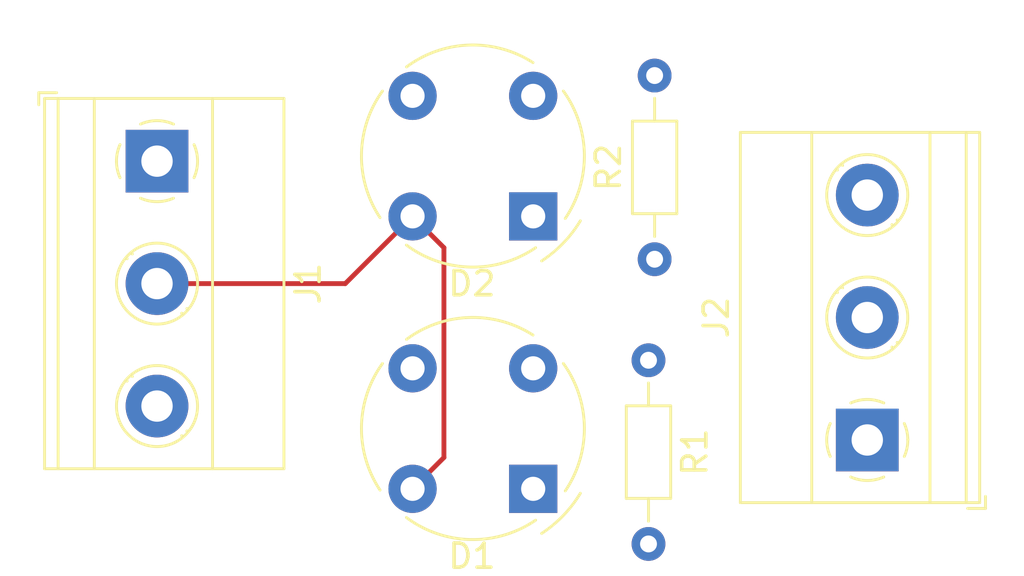
<source format=kicad_pcb>
(kicad_pcb (version 20240108) (generator "pcbnew") (generator_version "8.0")
  (layers (0 "F.Cu" signal) (31 "B.Cu" signal) (34 "B.Paste" user) (35 "F.Paste" user) (36 "B.SilkS" user "B.Silkscreen") (37 "F.SilkS" user "F.Silkscreen") (38 "B.Mask" user) (39 "F.Mask" user) (44 "Edge.Cuts" user))
  (net 0 "")
  (net 1 "Net-(D1--)")
  (net 2 "Net-(D2--)")
  (net 3 "/DCC_A")
  (net 4 "/FROG")
  (net 5 "/COM+")
  (net 6 "/DCC_B")
  (net 7 "/RED")
  (net 8 "/GREEN")
  (footprint "Resistor_THT:R_Axial_DIN0204_L3.6mm_D1.6mm_P7.62mm_Horizontal" (layer "F.Cu") (at 118.618 63.754 90)
    (property "Reference" "R2" (at 3.81 -1.92 270) (layer "F.SilkS"))
    (property "Value" "R")
    (fp_line (start 5.73 -0.92) (end 1.89 -0.92) (stroke (width 0.12)) (layer "F.SilkS"))
    (fp_line (start 1.89 -0.92) (end 1.89 0.92) (stroke (width 0.12)) (layer "F.SilkS"))
    (fp_line (start 6.68 0) (end 5.73 0) (stroke (width 0.12)) (layer "F.SilkS"))
    (fp_line (start 0.94 0) (end 1.89 0) (stroke (width 0.12)) (layer "F.SilkS"))
    (fp_line (start 5.73 0.92) (end 5.73 -0.92) (stroke (width 0.12)) (layer "F.SilkS"))
    (fp_line (start 1.89 0.92) (end 5.73 0.92) (stroke (width 0.12)) (layer "F.SilkS"))
    (pad "1" thru_hole circle (at 0 0 90) (size 1.4 1.4) (drill 0.7) (layers "*.Cu" "*.Mask") (net 2 "Net-(D2--)"))
    (pad "2" thru_hole oval (at 7.62 0 90) (size 1.4 1.4) (drill 0.7) (layers "*.Cu" "*.Mask") (net 7 "/RED"))
  )
  (footprint "Resistor_THT:R_Axial_DIN0204_L3.6mm_D1.6mm_P7.62mm_Horizontal" (layer "F.Cu") (at 118.364 67.945 -90)
    (property "Reference" "R1" (at 3.81 -1.92 90) (layer "F.SilkS"))
    (property "Value" "R")
    (fp_line (start 1.89 0.92) (end 5.73 0.92) (stroke (width 0.12)) (layer "F.SilkS"))
    (fp_line (start 5.73 0.92) (end 5.73 -0.92) (stroke (width 0.12)) (layer "F.SilkS"))
    (fp_line (start 0.94 0) (end 1.89 0) (stroke (width 0.12)) (layer "F.SilkS"))
    (fp_line (start 6.68 0) (end 5.73 0) (stroke (width 0.12)) (layer "F.SilkS"))
    (fp_line (start 1.89 -0.92) (end 1.89 0.92) (stroke (width 0.12)) (layer "F.SilkS"))
    (fp_line (start 5.73 -0.92) (end 1.89 -0.92) (stroke (width 0.12)) (layer "F.SilkS"))
    (pad "1" thru_hole circle (at 0 0 270) (size 1.4 1.4) (drill 0.7) (layers "*.Cu" "*.Mask") (net 1 "Net-(D1--)"))
    (pad "2" thru_hole oval (at 7.62 0 270) (size 1.4 1.4) (drill 0.7) (layers "*.Cu" "*.Mask") (net 8 "/GREEN"))
  )
  (footprint "TerminalBlock_Phoenix:TerminalBlock_Phoenix_MKDS-1,5-3-5.08_1x03_P5.08mm_Horizontal" (layer "F.Cu") (at 127.432 71.252 90)
    (property "Reference" "J2" (at 5.08 -6.26 270) (layer "F.SilkS"))
    (property "Value" "signal")
    (fp_line (start 12.76 -5.261) (end 12.76 4.66) (stroke (width 0.12)) (layer "F.SilkS"))
    (fp_line (start -2.6 -5.261) (end 12.76 -5.261) (stroke (width 0.12)) (layer "F.SilkS"))
    (fp_line (start -2.6 -5.261) (end -2.6 4.66) (stroke (width 0.12)) (layer "F.SilkS"))
    (fp_line (start -2.6 -2.301) (end 12.76 -2.301) (stroke (width 0.12)) (layer "F.SilkS"))
    (fp_line (start 11.23 -1.275) (end 11.195 -1.239) (stroke (width 0.12)) (layer "F.SilkS"))
    (fp_line (start 6.15 -1.275) (end 6.115 -1.239) (stroke (width 0.12)) (layer "F.SilkS"))
    (fp_line (start 11.435 -1.069) (end 11.388 -1.023) (stroke (width 0.12)) (layer "F.SilkS"))
    (fp_line (start 6.355 -1.069) (end 6.308 -1.023) (stroke (width 0.12)) (layer "F.SilkS"))
    (fp_line (start 8.933 1.023) (end 8.886 1.069) (stroke (width 0.12)) (layer "F.SilkS"))
    (fp_line (start 3.853 1.023) (end 3.806 1.069) (stroke (width 0.12)) (layer "F.SilkS"))
    (fp_line (start 9.126 1.239) (end 9.091 1.274) (stroke (width 0.12)) (layer "F.SilkS"))
    (fp_line (start 4.046 1.239) (end 4.011 1.274) (stroke (width 0.12)) (layer "F.SilkS"))
    (fp_line (start -2.6 2.6) (end 12.76 2.6) (stroke (width 0.12)) (layer "F.SilkS"))
    (fp_line (start -2.6 4.1) (end 12.76 4.1) (stroke (width 0.12)) (layer "F.SilkS"))
    (fp_line (start -2.84 4.16) (end -2.84 4.9) (stroke (width 0.12)) (layer "F.SilkS"))
    (fp_line (start -2.6 4.66) (end 12.76 4.66) (stroke (width 0.12)) (layer "F.SilkS"))
    (fp_line (start -2.84 4.9) (end -2.34 4.9) (stroke (width 0.12)) (layer "F.SilkS"))
    (fp_arc (start -0.683042 -1.535427) (mid 0.000524 -1.680501) (end 0.684 -1.535) (stroke (width 0.12)) (layer "F.SilkS"))
    (fp_arc (start 1.535427 -0.683042) (mid 1.680501 0.000524) (end 1.535 0.684) (stroke (width 0.12)) (layer "F.SilkS"))
    (fp_arc (start -1.535427 0.683042) (mid -1.680501 -0.000524) (end -1.535 -0.684) (stroke (width 0.12)) (layer "F.SilkS"))
    (fp_arc (start 0.683318 1.534756) (mid 0.349292 1.643288) (end 0 1.68) (stroke (width 0.12)) (layer "F.SilkS"))
    (fp_arc (start 0.028805 1.680253) (mid -0.335551 1.646659) (end -0.684 1.535) (stroke (width 0.12)) (layer "F.SilkS"))
    (fp_circle (center 10.16 0) (end 11.84 0) (stroke (width 0.12)) (fill none) (layer "F.SilkS"))
    (fp_circle (center 5.08 0) (end 6.76 0) (stroke (width 0.12)) (fill none) (layer "F.SilkS"))
    (pad "1" thru_hole rect (at 0 0 90) (size 2.6 2.6) (drill 1.3) (layers "*.Cu" "*.Mask") (net 8 "/GREEN"))
    (pad "2" thru_hole circle (at 5.08 0 90) (size 2.6 2.6) (drill 1.3) (layers "*.Cu" "*.Mask") (net 5 "/COM+"))
    (pad "3" thru_hole circle (at 10.16 0 90) (size 2.6 2.6) (drill 1.3) (layers "*.Cu" "*.Mask") (net 7 "/RED"))
  )
  (footprint "Diode_THT:Diode_Bridge_Round_D9.0mm" (layer "F.Cu") (at 113.585 73.279 180)
    (property "Reference" "D1" (at 2.54 -2.794 180) (layer "F.SilkS"))
    (property "Value" "D_Bridge_+A-A")
    (fp_arc (start 6.35 -0.05) (mid 7.117021 2.590098) (end 6.247584 5.198261) (stroke (width 0.12)) (layer "F.SilkS"))
    (fp_arc (start 5.25 6.2) (mid 2.657169 7.107363) (end 0.008533 6.3788) (stroke (width 0.12)) (layer "F.SilkS"))
    (fp_arc (start -0.1 -1.3) (mid 2.595106 -2.103363) (end 5.254731 -1.189371) (stroke (width 0.12)) (layer "F.SilkS"))
    (fp_arc (start -1.25 5.2) (mid -2.120355 2.569427) (end -1.329431 -0.086109) (stroke (width 0.12)) (layer "F.SilkS"))
    (fp_arc (start -1.954487 -0.183757) (mid -1.246061 -1.107219) (end -0.35 -1.85) (stroke (width 0.12)) (layer "F.SilkS"))
    (pad "1" thru_hole rect (at 0 0 180) (size 2 2) (drill 1) (layers "*.Cu" "*.Mask") (net 5 "/COM+"))
    (pad "2" thru_hole oval (at 0 5 180) (size 2 2) (drill 1) (layers "*.Cu" "*.Mask") (net 3 "/DCC_A"))
    (pad "3" thru_hole oval (at 5 5 180) (size 2 2) (drill 1) (layers "*.Cu" "*.Mask") (net 1 "Net-(D1--)"))
    (pad "4" thru_hole oval (at 5 0 180) (size 2 2) (drill 1) (layers "*.Cu" "*.Mask") (net 4 "/FROG"))
  )
  (footprint "TerminalBlock_Phoenix:TerminalBlock_Phoenix_MKDS-1,5-3-5.08_1x03_P5.08mm_Horizontal" (layer "F.Cu") (at 97.993 59.685 -90)
    (property "Reference" "J1" (at 5.08 -6.26 90) (layer "F.SilkS"))
    (property "Value" "DCC and frog")
    (fp_line (start -2.84 4.9) (end -2.34 4.9) (stroke (width 0.12)) (layer "F.SilkS"))
    (fp_line (start -2.6 4.66) (end 12.76 4.66) (stroke (width 0.12)) (layer "F.SilkS"))
    (fp_line (start -2.84 4.16) (end -2.84 4.9) (stroke (width 0.12)) (layer "F.SilkS"))
    (fp_line (start -2.6 4.1) (end 12.76 4.1) (stroke (width 0.12)) (layer "F.SilkS"))
    (fp_line (start -2.6 2.6) (end 12.76 2.6) (stroke (width 0.12)) (layer "F.SilkS"))
    (fp_line (start 4.046 1.239) (end 4.011 1.274) (stroke (width 0.12)) (layer "F.SilkS"))
    (fp_line (start 9.126 1.239) (end 9.091 1.274) (stroke (width 0.12)) (layer "F.SilkS"))
    (fp_line (start 3.853 1.023) (end 3.806 1.069) (stroke (width 0.12)) (layer "F.SilkS"))
    (fp_line (start 8.933 1.023) (end 8.886 1.069) (stroke (width 0.12)) (layer "F.SilkS"))
    (fp_line (start 6.355 -1.069) (end 6.308 -1.023) (stroke (width 0.12)) (layer "F.SilkS"))
    (fp_line (start 11.435 -1.069) (end 11.388 -1.023) (stroke (width 0.12)) (layer "F.SilkS"))
    (fp_line (start 6.15 -1.275) (end 6.115 -1.239) (stroke (width 0.12)) (layer "F.SilkS"))
    (fp_line (start 11.23 -1.275) (end 11.195 -1.239) (stroke (width 0.12)) (layer "F.SilkS"))
    (fp_line (start -2.6 -2.301) (end 12.76 -2.301) (stroke (width 0.12)) (layer "F.SilkS"))
    (fp_line (start -2.6 -5.261) (end -2.6 4.66) (stroke (width 0.12)) (layer "F.SilkS"))
    (fp_line (start -2.6 -5.261) (end 12.76 -5.261) (stroke (width 0.12)) (layer "F.SilkS"))
    (fp_line (start 12.76 -5.261) (end 12.76 4.66) (stroke (width 0.12)) (layer "F.SilkS"))
    (fp_arc (start 0.028805 1.680253) (mid -0.335551 1.646659) (end -0.684 1.535) (stroke (width 0.12)) (layer "F.SilkS"))
    (fp_arc (start 0.683318 1.534756) (mid 0.349292 1.643288) (end 0 1.68) (stroke (width 0.12)) (layer "F.SilkS"))
    (fp_arc (start -1.535427 0.683042) (mid -1.680501 -0.000524) (end -1.535 -0.684) (stroke (width 0.12)) (layer "F.SilkS"))
    (fp_arc (start 1.535427 -0.683042) (mid 1.680501 0.000524) (end 1.535 0.684) (stroke (width 0.12)) (layer "F.SilkS"))
    (fp_arc (start -0.683042 -1.535427) (mid 0.000524 -1.680501) (end 0.684 -1.535) (stroke (width 0.12)) (layer "F.SilkS"))
    (fp_circle (center 5.08 0) (end 6.76 0) (stroke (width 0.12)) (fill none) (layer "F.SilkS"))
    (fp_circle (center 10.16 0) (end 11.84 0) (stroke (width 0.12)) (fill none) (layer "F.SilkS"))
    (pad "1" thru_hole rect (at 0 0 270) (size 2.6 2.6) (drill 1.3) (layers "*.Cu" "*.Mask") (net 6 "/DCC_B"))
    (pad "2" thru_hole circle (at 5.08 0 270) (size 2.6 2.6) (drill 1.3) (layers "*.Cu" "*.Mask") (net 4 "/FROG"))
    (pad "3" thru_hole circle (at 10.16 0 270) (size 2.6 2.6) (drill 1.3) (layers "*.Cu" "*.Mask") (net 3 "/DCC_A"))
  )
  (footprint "Diode_THT:Diode_Bridge_Round_D9.0mm" (layer "F.Cu") (at 113.585 61.976 180)
    (property "Reference" "D2" (at 2.54 -2.794 180) (layer "F.SilkS"))
    (property "Value" "D_Bridge_+A-A")
    (fp_arc (start 6.35 -0.05) (mid 7.117021 2.590098) (end 6.247584 5.198261) (stroke (width 0.12)) (layer "F.SilkS"))
    (fp_arc (start 5.25 6.2) (mid 2.657169 7.107363) (end 0.008533 6.3788) (stroke (width 0.12)) (layer "F.SilkS"))
    (fp_arc (start -0.1 -1.3) (mid 2.595106 -2.103363) (end 5.254731 -1.189371) (stroke (width 0.12)) (layer "F.SilkS"))
    (fp_arc (start -1.25 5.2) (mid -2.120355 2.569427) (end -1.329431 -0.086109) (stroke (width 0.12)) (layer "F.SilkS"))
    (fp_arc (start -1.954487 -0.183757) (mid -1.246061 -1.107219) (end -0.35 -1.85) (stroke (width 0.12)) (layer "F.SilkS"))
    (pad "1" thru_hole rect (at 0 0 180) (size 2 2) (drill 1) (layers "*.Cu" "*.Mask") (net 5 "/COM+"))
    (pad "2" thru_hole oval (at 0 5 180) (size 2 2) (drill 1) (layers "*.Cu" "*.Mask") (net 6 "/DCC_B"))
    (pad "3" thru_hole oval (at 5 5 180) (size 2 2) (drill 1) (layers "*.Cu" "*.Mask") (net 2 "Net-(D2--)"))
    (pad "4" thru_hole oval (at 5 0 180) (size 2 2) (drill 1) (layers "*.Cu" "*.Mask") (net 4 "/FROG"))
  )
  (segment (start 105.796 64.765) (end 108.585 61.976) (width 0.2) (layer "F.Cu") (net 4))
  (segment (start 109.885 63.276) (end 108.585 61.976) (width 0.2) (layer "F.Cu") (net 4))
  (segment (start 97.993 64.765) (end 105.796 64.765) (width 0.2) (layer "F.Cu") (net 4))
  (segment (start 108.585 73.279) (end 109.885 71.979) (width 0.2) (layer "F.Cu") (net 4))
  (segment (start 109.885 71.979) (end 109.885 63.276) (width 0.2) (layer "F.Cu") (net 4))
)
</source>
